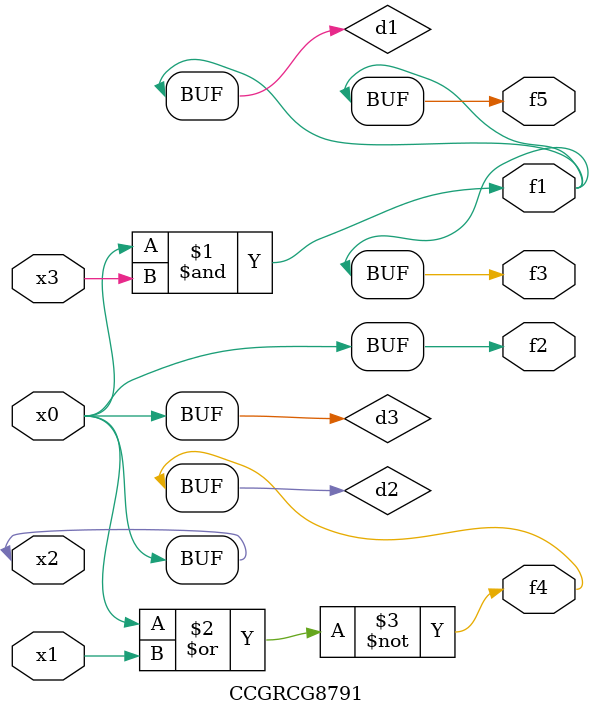
<source format=v>
module CCGRCG8791(
	input x0, x1, x2, x3,
	output f1, f2, f3, f4, f5
);

	wire d1, d2, d3;

	and (d1, x2, x3);
	nor (d2, x0, x1);
	buf (d3, x0, x2);
	assign f1 = d1;
	assign f2 = d3;
	assign f3 = d1;
	assign f4 = d2;
	assign f5 = d1;
endmodule

</source>
